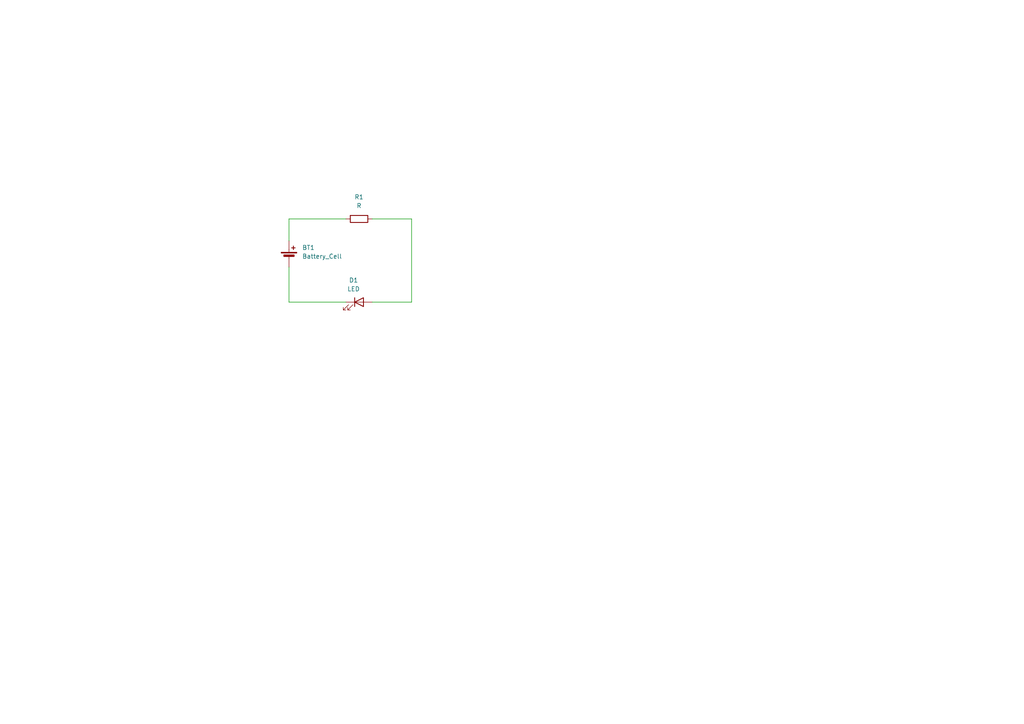
<source format=kicad_sch>
(kicad_sch (version 20231120) (generator "eeschema") (generator_version "8.0")
  (paper "A4")
  (title_block (title "Simple LED Circuit") (date "2024-10-08") (rev "1.0"))
  (lib_symbols
    (symbol "Device:Battery_Cell" (pin_numbers hide) (pin_names (offset 0) hide)
      (property "Reference" "BT" (at 2.54 2.54 0))
      (property "Value" "Battery_Cell" (at 2.54 0 0))
      (symbol "Battery_Cell_0_1"
        (rectangle (start -2.286 1.778) (end 2.286 1.524) (fill (type outline)))
        (rectangle (start -1.524 1.016) (end 1.524 0.508) (fill (type outline)))
        (polyline (pts (xy 0 0.762) (xy 0 0)))
        (polyline (pts (xy 0 1.778) (xy 0 2.54)))
        (polyline (pts (xy 0.762 3.048) (xy 1.778 3.048)) (stroke (width 0.254)))
        (polyline (pts (xy 1.27 3.556) (xy 1.27 2.54)) (stroke (width 0.254)))
      )
      (symbol "Battery_Cell_1_1"
        (pin passive line (at 0 5.08 270) (length 2.54) (name "+") (number "1"))
        (pin passive line (at 0 -2.54 90) (length 2.54) (name "-") (number "2"))
      )
    )
    (symbol "Device:LED" (pin_numbers hide) (pin_names (offset 1.016) hide)
      (property "Reference" "D" (at 0 2.54 0))
      (property "Value" "LED" (at 0 -2.54 0))
      (symbol "LED_0_1"
        (polyline (pts (xy -1.27 -1.27) (xy -1.27 1.27)) (stroke (width 0.254)))
        (polyline (pts (xy -1.27 0) (xy 1.27 0)))
        (polyline (pts (xy 1.27 -1.27) (xy 1.27 1.27) (xy -1.27 0) (xy 1.27 -1.27)) (stroke (width 0.254)))
        (polyline (pts (xy -3.048 -0.762) (xy -4.572 -2.286) (xy -3.81 -2.286) (xy -4.572 -2.286) (xy -4.572 -1.524)))
        (polyline (pts (xy -1.778 -0.762) (xy -3.302 -2.286) (xy -2.54 -2.286) (xy -3.302 -2.286) (xy -3.302 -1.524)))
      )
      (symbol "LED_1_1"
        (pin passive line (at -3.81 0 0) (length 2.54) (name "K") (number "1"))
        (pin passive line (at 3.81 0 180) (length 2.54) (name "A") (number "2"))
      )
    )
    (symbol "Device:R" (pin_numbers hide) (pin_names (offset 0))
      (property "Reference" "R" (at 2.032 0 90))
      (property "Value" "R" (at 0 0 90))
      (symbol "R_0_1"
        (rectangle (start -1.016 -2.54) (end 1.016 2.54) (stroke (width 0.254)))
      )
      (symbol "R_1_1"
        (pin passive line (at 0 3.81 270) (length 1.27) (name "~") (number "1"))
        (pin passive line (at 0 -3.81 90) (length 1.27) (name "~") (number "2"))
      )
    )
  )
  (wire (pts (xy 107.95 63.5) (xy 119.38 63.5)))
  (wire (pts (xy 119.38 87.63) (xy 107.95 87.63)))
  (wire (pts (xy 83.82 69.85) (xy 83.82 63.5)))
  (wire (pts (xy 83.82 63.5) (xy 100.33 63.5)))
  (wire (pts (xy 100.33 87.63) (xy 83.82 87.63)))
  (wire (pts (xy 119.38 63.5) (xy 119.38 87.63)))
  (wire (pts (xy 83.82 87.63) (xy 83.82 77.47)))
  (symbol (lib_id "Device:Battery_Cell") (at 83.82 74.93 0) (unit 1)
    (property "Reference" "BT1" (at 87.63 71.8184 0) (effects (justify left)))
    (property "Value" "Battery_Cell" (at 87.63 74.3584 0) (effects (justify left)))
    (property "Footprint" "FS_3_Global_Footprint_Library:MS621FE-FL11E_SEC" (effects (hide yes)))
    (property "Description" "Single-cell battery" (effects (hide yes)))
  )
  (symbol (lib_id "Device:R") (at 104.14 63.5 90) (unit 1)
    (property "Reference" "R1" (at 104.14 57.15 90))
    (property "Value" "R" (at 104.14 59.69 90))
    (property "Footprint" "Resistor_SMD:R_0805_2012Metric_Pad1.20x1.40mm_HandSolder" (effects (hide yes)))
    (property "Description" "Resistor" (effects (hide yes)))
  )
  (symbol (lib_id "Device:LED") (at 104.14 87.63 0) (unit 1)
    (property "Reference" "D1" (at 102.5525 81.28 0))
    (property "Value" "LED" (at 102.5525 83.82 0))
    (property "Footprint" "LED_SMD:LED_0805_2012Metric_Pad1.15x1.40mm_HandSolder" (effects (hide yes)))
    (property "Description" "Light emitting diode" (effects (hide yes)))
  )
)
</source>
